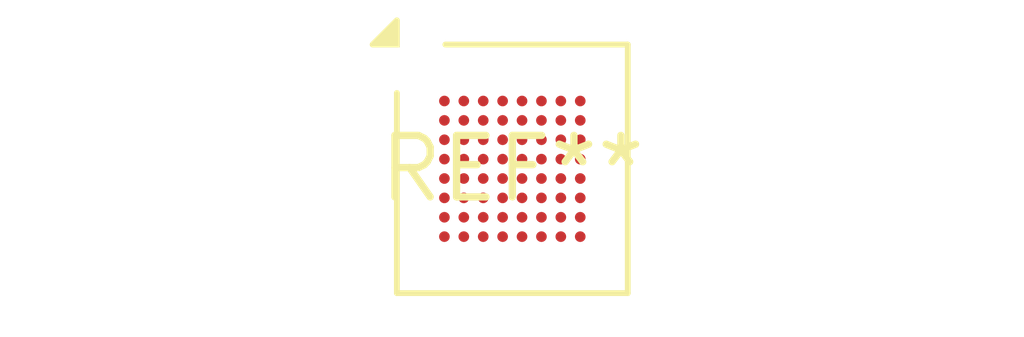
<source format=kicad_pcb>
(kicad_pcb (version 20240108) (generator pcbnew)
  (layers (0 "F.Cu" signal) (31 "B.Cu" signal) (34 "B.Paste" user) (35 "F.Paste" user) (36 "B.SilkS" user "B.Silkscreen") (37 "F.SilkS" user "F.Silkscreen") (38 "B.Mask" user) (39 "F.Mask" user) (44 "Edge.Cuts" user))
  (net 0 "")
  (footprint "ST_WLCSP-64_Die436" (layer "F.Cu") (at 0 0)
    (property "Reference" "REF**")
    (property "Value" "ST_WLCSP-64_Die436")
    (fp_line (start -2.3795 2.5655) (end -2.3795 -1.5655) (layer "F.SilkS") (stroke (width 0.12)))
    (fp_line (start -1.3795 -2.5655) (end 2.3795 -2.5655) (layer "F.SilkS") (stroke (width 0.12)))
    (fp_line (start 2.3795 -2.5655) (end 2.3795 2.5655) (layer "F.SilkS") (stroke (width 0.12)))
    (fp_line (start 2.3795 2.5655) (end -2.3795 2.5655) (layer "F.SilkS") (stroke (width 0.12)))
    (fp_poly (pts (xy -2.3795 -2.5655) (xy -2.8795 -2.5655) (xy -2.3795 -3.0655) (xy -2.3795 -2.5655)) (layer "F.SilkS") (stroke (width 0.12)) (fill solid))
    (pad "A1" smd circle (at -1.4 -1.4) (size 0.22 0.22) (property pad_prop_bga) (layers "F.Cu" "F.Paste" "F.Mask"))
    (pad "A2" smd circle (at -1 -1.4) (size 0.22 0.22) (property pad_prop_bga) (layers "F.Cu" "F.Paste" "F.Mask"))
    (pad "A3" smd circle (at -0.6 -1.4) (size 0.22 0.22) (property pad_prop_bga) (layers "F.Cu" "F.Paste" "F.Mask"))
    (pad "A4" smd circle (at -0.2 -1.4) (size 0.22 0.22) (property pad_prop_bga) (layers "F.Cu" "F.Paste" "F.Mask"))
    (pad "A5" smd circle (at 0.2 -1.4) (size 0.22 0.22) (property pad_prop_bga) (layers "F.Cu" "F.Paste" "F.Mask"))
    (pad "A6" smd circle (at 0.6 -1.4) (size 0.22 0.22) (property pad_prop_bga) (layers "F.Cu" "F.Paste" "F.Mask"))
    (pad "A7" smd circle (at 1 -1.4) (size 0.22 0.22) (property pad_prop_bga) (layers "F.Cu" "F.Paste" "F.Mask"))
    (pad "A8" smd circle (at 1.4 -1.4) (size 0.22 0.22) (property pad_prop_bga) (layers "F.Cu" "F.Paste" "F.Mask"))
    (pad "B1" smd circle (at -1.4 -1) (size 0.22 0.22) (property pad_prop_bga) (layers "F.Cu" "F.Paste" "F.Mask"))
    (pad "B2" smd circle (at -1 -1) (size 0.22 0.22) (property pad_prop_bga) (layers "F.Cu" "F.Paste" "F.Mask"))
    (pad "B3" smd circle (at -0.6 -1) (size 0.22 0.22) (property pad_prop_bga) (layers "F.Cu" "F.Paste" "F.Mask"))
    (pad "B4" smd circle (at -0.2 -1) (size 0.22 0.22) (property pad_prop_bga) (layers "F.Cu" "F.Paste" "F.Mask"))
    (pad "B5" smd circle (at 0.2 -1) (size 0.22 0.22) (property pad_prop_bga) (layers "F.Cu" "F.Paste" "F.Mask"))
    (pad "B6" smd circle (at 0.6 -1) (size 0.22 0.22) (property pad_prop_bga) (layers "F.Cu" "F.Paste" "F.Mask"))
    (pad "B7" smd circle (at 1 -1) (size 0.22 0.22) (property pad_prop_bga) (layers "F.Cu" "F.Paste" "F.Mask"))
    (pad "B8" smd circle (at 1.4 -1) (size 0.22 0.22) (property pad_prop_bga) (layers "F.Cu" "F.Paste" "F.Mask"))
    (pad "C1" smd circle (at -1.4 -0.6) (size 0.22 0.22) (property pad_prop_bga) (layers "F.Cu" "F.Paste" "F.Mask"))
    (pad "C2" smd circle (at -1 -0.6) (size 0.22 0.22) (property pad_prop_bga) (layers "F.Cu" "F.Paste" "F.Mask"))
    (pad "C3" smd circle (at -0.6 -0.6) (size 0.22 0.22) (property pad_prop_bga) (layers "F.Cu" "F.Paste" "F.Mask"))
    (pad "C4" smd circle (at -0.2 -0.6) (size 0.22 0.22) (property pad_prop_bga) (layers "F.Cu" "F.Paste" "F.Mask"))
    (pad "C5" smd circle (at 0.2 -0.6) (size 0.22 0.22) (property pad_prop_bga) (layers "F.Cu" "F.Paste" "F.Mask"))
    (pad "C6" smd circle (at 0.6 -0.6) (size 0.22 0.22) (property pad_prop_bga) (layers "F.Cu" "F.Paste" "F.Mask"))
    (pad "C7" smd circle (at 1 -0.6) (size 0.22 0.22) (property pad_prop_bga) (layers "F.Cu" "F.Paste" "F.Mask"))
    (pad "C8" smd circle (at 1.4 -0.6) (size 0.22 0.22) (property pad_prop_bga) (layers "F.Cu" "F.Paste" "F.Mask"))
    (pad "D1" smd circle (at -1.4 -0.2) (size 0.22 0.22) (property pad_prop_bga) (layers "F.Cu" "F.Paste" "F.Mask"))
    (pad "D2" smd circle (at -1 -0.2) (size 0.22 0.22) (property pad_prop_bga) (layers "F.Cu" "F.Paste" "F.Mask"))
    (pad "D3" smd circle (at -0.6 -0.2) (size 0.22 0.22) (property pad_prop_bga) (layers "F.Cu" "F.Paste" "F.Mask"))
    (pad "D4" smd circle (at -0.2 -0.2) (size 0.22 0.22) (property pad_prop_bga) (layers "F.Cu" "F.Paste" "F.Mask"))
    (pad "D5" smd circle (at 0.2 -0.2) (size 0.22 0.22) (property pad_prop_bga) (layers "F.Cu" "F.Paste" "F.Mask"))
    (pad "D6" smd circle (at 0.6 -0.2) (size 0.22 0.22) (property pad_prop_bga) (layers "F.Cu" "F.Paste" "F.Mask"))
    (pad "D7" smd circle (at 1 -0.2) (size 0.22 0.22) (property pad_prop_bga) (layers "F.Cu" "F.Paste" "F.Mask"))
    (pad "D8" smd circle (at 1.4 -0.2) (size 0.22 0.22) (property pad_prop_bga) (layers "F.Cu" "F.Paste" "F.Mask"))
    (pad "E1" smd circle (at -1.4 0.2) (size 0.22 0.22) (property pad_prop_bga) (layers "F.Cu" "F.Paste" "F.Mask"))
    (pad "E2" smd circle (at -1 0.2) (size 0.22 0.22) (property pad_prop_bga) (layers "F.Cu" "F.Paste" "F.Mask"))
    (pad "E3" smd circle (at -0.6 0.2) (size 0.22 0.22) (property pad_prop_bga) (layers "F.Cu" "F.Paste" "F.Mask"))
    (pad "E4" smd circle (at -0.2 0.2) (size 0.22 0.22) (property pad_prop_bga) (layers "F.Cu" "F.Paste" "F.Mask"))
    (pad "E5" smd circle (at 0.2 0.2) (size 0.22 0.22) (property pad_prop_bga) (layers "F.Cu" "F.Paste" "F.Mask"))
    (pad "E6" smd circle (at 0.6 0.2) (size 0.22 0.22) (property pad_prop_bga) (layers "F.Cu" "F.Paste" "F.Mask"))
    (pad "E7" smd circle (at 1 0.2) (size 0.22 0.22) (property pad_prop_bga) (layers "F.Cu" "F.Paste" "F.Mask"))
    (pad "E8" smd circle (at 1.4 0.2) (size 0.22 0.22) (property pad_prop_bga) (layers "F.Cu" "F.Paste" "F.Mask"))
    (pad "F1" smd circle (at -1.4 0.6) (size 0.22 0.22) (property pad_prop_bga) (layers "F.Cu" "F.Paste" "F.Mask"))
    (pad "F2" smd circle (at -1 0.6) (size 0.22 0.22) (property pad_prop_bga) (layers "F.Cu" "F.Paste" "F.Mask"))
    (pad "F3" smd circle (at -0.6 0.6) (size 0.22 0.22) (property pad_prop_bga) (layers "F.Cu" "F.Paste" "F.Mask"))
    (pad "F4" smd circle (at -0.2 0.6) (size 0.22 0.22) (property pad_prop_bga) (layers "F.Cu" "F.Paste" "F.Mask"))
    (pad "F5" smd circle (at 0.2 0.6) (size 0.22 0.22) (property pad_prop_bga) (layers "F.Cu" "F.Paste" "F.Mask"))
    (pad "F6" smd circle (at 0.6 0.6) (size 0.22 0.22) (property pad_prop_bga) (layers "F.Cu" "F.Paste" "F.Mask"))
    (pad "F7" smd circle (at 1 0.6) (size 0.22 0.22) (property pad_prop_bga) (layers "F.Cu" "F.Paste" "F.Mask"))
    (pad "F8" smd circle (at 1.4 0.6) (size 0.22 0.22) (property pad_prop_bga) (layers "F.Cu" "F.Paste" "F.Mask"))
    (pad "G1" smd circle (at -1.4 1) (size 0.22 0.22) (property pad_prop_bga) (layers "F.Cu" "F.Paste" "F.Mask"))
    (pad "G2" smd circle (at -1 1) (size 0.22 0.22) (property pad_prop_bga) (layers "F.Cu" "F.Paste" "F.Mask"))
    (pad "G3" smd circle (at -0.6 1) (size 0.22 0.22) (property pad_prop_bga) (layers "F.Cu" "F.Paste" "F.Mask"))
    (pad "G4" smd circle (at -0.2 1) (size 0.22 0.22) (property pad_prop_bga) (layers "F.Cu" "F.Paste" "F.Mask"))
    (pad "G5" smd circle (at 0.2 1) (size 0.22 0.22) (property pad_prop_bga) (layers "F.Cu" "F.Paste" "F.Mask"))
    (pad "G6" smd circle (at 0.6 1) (size 0.22 0.22) (property pad_prop_bga) (layers "F.Cu" "F.Paste" "F.Mask"))
    (pad "G7" smd circle (at 1 1) (size 0.22 0.22) (property pad_prop_bga) (layers "F.Cu" "F.Paste" "F.Mask"))
    (pad "G8" smd circle (at 1.4 1) (size 0.22 0.22) (property pad_prop_bga) (layers "F.Cu" "F.Paste" "F.Mask"))
    (pad "H1" smd circle (at -1.4 1.4) (size 0.22 0.22) (property pad_prop_bga) (layers "F.Cu" "F.Paste" "F.Mask"))
    (pad "H2" smd circle (at -1 1.4) (size 0.22 0.22) (property pad_prop_bga) (layers "F.Cu" "F.Paste" "F.Mask"))
    (pad "H3" smd circle (at -0.6 1.4) (size 0.22 0.22) (property pad_prop_bga) (layers "F.Cu" "F.Paste" "F.Mask"))
    (pad "H4" smd circle (at -0.2 1.4) (size 0.22 0.22) (property pad_prop_bga) (layers "F.Cu" "F.Paste" "F.Mask"))
    (pad "H5" smd circle (at 0.2 1.4) (size 0.22 0.22) (property pad_prop_bga) (layers "F.Cu" "F.Paste" "F.Mask"))
    (pad "H6" smd circle (at 0.6 1.4) (size 0.22 0.22) (property pad_prop_bga) (layers "F.Cu" "F.Paste" "F.Mask"))
    (pad "H7" smd circle (at 1 1.4) (size 0.22 0.22) (property pad_prop_bga) (layers "F.Cu" "F.Paste" "F.Mask"))
    (pad "H8" smd circle (at 1.4 1.4) (size 0.22 0.22) (property pad_prop_bga) (layers "F.Cu" "F.Paste" "F.Mask"))
  )
)
</source>
